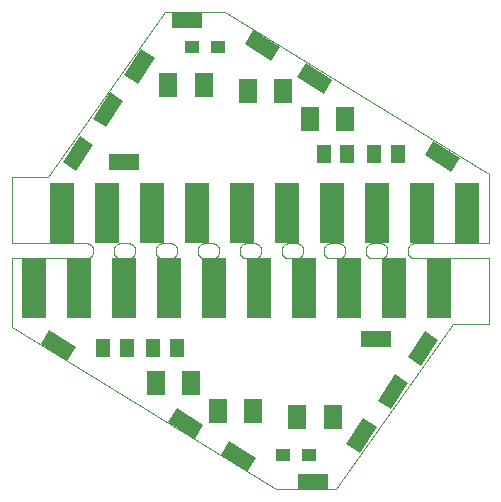
<source format=gts>
G75*
%MOIN*%
%OFA0B0*%
%FSLAX25Y25*%
%IPPOS*%
%LPD*%
%AMOC8*
5,1,8,0,0,1.08239X$1,22.5*
%
%ADD10C,0.00000*%
%ADD11R,0.10400X0.05400*%
%ADD12R,0.04731X0.05912*%
%ADD13R,0.05400X0.10400*%
%ADD14R,0.06306X0.08274*%
%ADD15R,0.05124X0.04337*%
%ADD16R,0.08000X0.20400*%
D10*
X0003000Y0056500D02*
X0003000Y0079500D01*
X0028000Y0079500D01*
X0028087Y0079502D01*
X0028174Y0079508D01*
X0028261Y0079517D01*
X0028347Y0079530D01*
X0028433Y0079547D01*
X0028518Y0079568D01*
X0028601Y0079593D01*
X0028684Y0079621D01*
X0028765Y0079652D01*
X0028845Y0079687D01*
X0028923Y0079726D01*
X0029000Y0079768D01*
X0029075Y0079813D01*
X0029147Y0079862D01*
X0029218Y0079913D01*
X0029286Y0079968D01*
X0029351Y0080025D01*
X0029414Y0080086D01*
X0029475Y0080149D01*
X0029532Y0080214D01*
X0029587Y0080282D01*
X0029638Y0080353D01*
X0029687Y0080425D01*
X0029732Y0080500D01*
X0029774Y0080577D01*
X0029813Y0080655D01*
X0029848Y0080735D01*
X0029879Y0080816D01*
X0029907Y0080899D01*
X0029932Y0080982D01*
X0029953Y0081067D01*
X0029970Y0081153D01*
X0029983Y0081239D01*
X0029992Y0081326D01*
X0029998Y0081413D01*
X0030000Y0081500D01*
X0030000Y0082500D01*
X0029998Y0082587D01*
X0029992Y0082674D01*
X0029983Y0082761D01*
X0029970Y0082847D01*
X0029953Y0082933D01*
X0029932Y0083018D01*
X0029907Y0083101D01*
X0029879Y0083184D01*
X0029848Y0083265D01*
X0029813Y0083345D01*
X0029774Y0083423D01*
X0029732Y0083500D01*
X0029687Y0083575D01*
X0029638Y0083647D01*
X0029587Y0083718D01*
X0029532Y0083786D01*
X0029475Y0083851D01*
X0029414Y0083914D01*
X0029351Y0083975D01*
X0029286Y0084032D01*
X0029218Y0084087D01*
X0029147Y0084138D01*
X0029075Y0084187D01*
X0029000Y0084232D01*
X0028923Y0084274D01*
X0028845Y0084313D01*
X0028765Y0084348D01*
X0028684Y0084379D01*
X0028601Y0084407D01*
X0028518Y0084432D01*
X0028433Y0084453D01*
X0028347Y0084470D01*
X0028261Y0084483D01*
X0028174Y0084492D01*
X0028087Y0084498D01*
X0028000Y0084500D01*
X0003000Y0084500D01*
X0003000Y0106500D01*
X0015000Y0106500D01*
X0054000Y0161500D01*
X0074000Y0161500D01*
X0162000Y0107500D01*
X0162000Y0084500D01*
X0137000Y0084500D01*
X0136913Y0084498D01*
X0136826Y0084492D01*
X0136739Y0084483D01*
X0136653Y0084470D01*
X0136567Y0084453D01*
X0136482Y0084432D01*
X0136399Y0084407D01*
X0136316Y0084379D01*
X0136235Y0084348D01*
X0136155Y0084313D01*
X0136077Y0084274D01*
X0136000Y0084232D01*
X0135925Y0084187D01*
X0135853Y0084138D01*
X0135782Y0084087D01*
X0135714Y0084032D01*
X0135649Y0083975D01*
X0135586Y0083914D01*
X0135525Y0083851D01*
X0135468Y0083786D01*
X0135413Y0083718D01*
X0135362Y0083647D01*
X0135313Y0083575D01*
X0135268Y0083500D01*
X0135226Y0083423D01*
X0135187Y0083345D01*
X0135152Y0083265D01*
X0135121Y0083184D01*
X0135093Y0083101D01*
X0135068Y0083018D01*
X0135047Y0082933D01*
X0135030Y0082847D01*
X0135017Y0082761D01*
X0135008Y0082674D01*
X0135002Y0082587D01*
X0135000Y0082500D01*
X0135000Y0081500D01*
X0135002Y0081413D01*
X0135008Y0081326D01*
X0135017Y0081239D01*
X0135030Y0081153D01*
X0135047Y0081067D01*
X0135068Y0080982D01*
X0135093Y0080899D01*
X0135121Y0080816D01*
X0135152Y0080735D01*
X0135187Y0080655D01*
X0135226Y0080577D01*
X0135268Y0080500D01*
X0135313Y0080425D01*
X0135362Y0080353D01*
X0135413Y0080282D01*
X0135468Y0080214D01*
X0135525Y0080149D01*
X0135586Y0080086D01*
X0135649Y0080025D01*
X0135714Y0079968D01*
X0135782Y0079913D01*
X0135853Y0079862D01*
X0135925Y0079813D01*
X0136000Y0079768D01*
X0136077Y0079726D01*
X0136155Y0079687D01*
X0136235Y0079652D01*
X0136316Y0079621D01*
X0136399Y0079593D01*
X0136482Y0079568D01*
X0136567Y0079547D01*
X0136653Y0079530D01*
X0136739Y0079517D01*
X0136826Y0079508D01*
X0136913Y0079502D01*
X0137000Y0079500D01*
X0162000Y0079500D01*
X0162000Y0057500D01*
X0150000Y0057500D01*
X0111000Y0002500D01*
X0091000Y0002500D01*
X0003000Y0056500D01*
X0037000Y0081500D02*
X0037000Y0082500D01*
X0037002Y0082587D01*
X0037008Y0082674D01*
X0037017Y0082761D01*
X0037030Y0082847D01*
X0037047Y0082933D01*
X0037068Y0083018D01*
X0037093Y0083101D01*
X0037121Y0083184D01*
X0037152Y0083265D01*
X0037187Y0083345D01*
X0037226Y0083423D01*
X0037268Y0083500D01*
X0037313Y0083575D01*
X0037362Y0083647D01*
X0037413Y0083718D01*
X0037468Y0083786D01*
X0037525Y0083851D01*
X0037586Y0083914D01*
X0037649Y0083975D01*
X0037714Y0084032D01*
X0037782Y0084087D01*
X0037853Y0084138D01*
X0037925Y0084187D01*
X0038000Y0084232D01*
X0038077Y0084274D01*
X0038155Y0084313D01*
X0038235Y0084348D01*
X0038316Y0084379D01*
X0038399Y0084407D01*
X0038482Y0084432D01*
X0038567Y0084453D01*
X0038653Y0084470D01*
X0038739Y0084483D01*
X0038826Y0084492D01*
X0038913Y0084498D01*
X0039000Y0084500D01*
X0042000Y0084500D01*
X0042087Y0084498D01*
X0042174Y0084492D01*
X0042261Y0084483D01*
X0042347Y0084470D01*
X0042433Y0084453D01*
X0042518Y0084432D01*
X0042601Y0084407D01*
X0042684Y0084379D01*
X0042765Y0084348D01*
X0042845Y0084313D01*
X0042923Y0084274D01*
X0043000Y0084232D01*
X0043075Y0084187D01*
X0043147Y0084138D01*
X0043218Y0084087D01*
X0043286Y0084032D01*
X0043351Y0083975D01*
X0043414Y0083914D01*
X0043475Y0083851D01*
X0043532Y0083786D01*
X0043587Y0083718D01*
X0043638Y0083647D01*
X0043687Y0083575D01*
X0043732Y0083500D01*
X0043774Y0083423D01*
X0043813Y0083345D01*
X0043848Y0083265D01*
X0043879Y0083184D01*
X0043907Y0083101D01*
X0043932Y0083018D01*
X0043953Y0082933D01*
X0043970Y0082847D01*
X0043983Y0082761D01*
X0043992Y0082674D01*
X0043998Y0082587D01*
X0044000Y0082500D01*
X0044000Y0081500D01*
X0043998Y0081413D01*
X0043992Y0081326D01*
X0043983Y0081239D01*
X0043970Y0081153D01*
X0043953Y0081067D01*
X0043932Y0080982D01*
X0043907Y0080899D01*
X0043879Y0080816D01*
X0043848Y0080735D01*
X0043813Y0080655D01*
X0043774Y0080577D01*
X0043732Y0080500D01*
X0043687Y0080425D01*
X0043638Y0080353D01*
X0043587Y0080282D01*
X0043532Y0080214D01*
X0043475Y0080149D01*
X0043414Y0080086D01*
X0043351Y0080025D01*
X0043286Y0079968D01*
X0043218Y0079913D01*
X0043147Y0079862D01*
X0043075Y0079813D01*
X0043000Y0079768D01*
X0042923Y0079726D01*
X0042845Y0079687D01*
X0042765Y0079652D01*
X0042684Y0079621D01*
X0042601Y0079593D01*
X0042518Y0079568D01*
X0042433Y0079547D01*
X0042347Y0079530D01*
X0042261Y0079517D01*
X0042174Y0079508D01*
X0042087Y0079502D01*
X0042000Y0079500D01*
X0039000Y0079500D01*
X0038913Y0079502D01*
X0038826Y0079508D01*
X0038739Y0079517D01*
X0038653Y0079530D01*
X0038567Y0079547D01*
X0038482Y0079568D01*
X0038399Y0079593D01*
X0038316Y0079621D01*
X0038235Y0079652D01*
X0038155Y0079687D01*
X0038077Y0079726D01*
X0038000Y0079768D01*
X0037925Y0079813D01*
X0037853Y0079862D01*
X0037782Y0079913D01*
X0037714Y0079968D01*
X0037649Y0080025D01*
X0037586Y0080086D01*
X0037525Y0080149D01*
X0037468Y0080214D01*
X0037413Y0080282D01*
X0037362Y0080353D01*
X0037313Y0080425D01*
X0037268Y0080500D01*
X0037226Y0080577D01*
X0037187Y0080655D01*
X0037152Y0080735D01*
X0037121Y0080816D01*
X0037093Y0080899D01*
X0037068Y0080982D01*
X0037047Y0081067D01*
X0037030Y0081153D01*
X0037017Y0081239D01*
X0037008Y0081326D01*
X0037002Y0081413D01*
X0037000Y0081500D01*
X0051000Y0081500D02*
X0051000Y0082500D01*
X0051002Y0082587D01*
X0051008Y0082674D01*
X0051017Y0082761D01*
X0051030Y0082847D01*
X0051047Y0082933D01*
X0051068Y0083018D01*
X0051093Y0083101D01*
X0051121Y0083184D01*
X0051152Y0083265D01*
X0051187Y0083345D01*
X0051226Y0083423D01*
X0051268Y0083500D01*
X0051313Y0083575D01*
X0051362Y0083647D01*
X0051413Y0083718D01*
X0051468Y0083786D01*
X0051525Y0083851D01*
X0051586Y0083914D01*
X0051649Y0083975D01*
X0051714Y0084032D01*
X0051782Y0084087D01*
X0051853Y0084138D01*
X0051925Y0084187D01*
X0052000Y0084232D01*
X0052077Y0084274D01*
X0052155Y0084313D01*
X0052235Y0084348D01*
X0052316Y0084379D01*
X0052399Y0084407D01*
X0052482Y0084432D01*
X0052567Y0084453D01*
X0052653Y0084470D01*
X0052739Y0084483D01*
X0052826Y0084492D01*
X0052913Y0084498D01*
X0053000Y0084500D01*
X0056000Y0084500D01*
X0056087Y0084498D01*
X0056174Y0084492D01*
X0056261Y0084483D01*
X0056347Y0084470D01*
X0056433Y0084453D01*
X0056518Y0084432D01*
X0056601Y0084407D01*
X0056684Y0084379D01*
X0056765Y0084348D01*
X0056845Y0084313D01*
X0056923Y0084274D01*
X0057000Y0084232D01*
X0057075Y0084187D01*
X0057147Y0084138D01*
X0057218Y0084087D01*
X0057286Y0084032D01*
X0057351Y0083975D01*
X0057414Y0083914D01*
X0057475Y0083851D01*
X0057532Y0083786D01*
X0057587Y0083718D01*
X0057638Y0083647D01*
X0057687Y0083575D01*
X0057732Y0083500D01*
X0057774Y0083423D01*
X0057813Y0083345D01*
X0057848Y0083265D01*
X0057879Y0083184D01*
X0057907Y0083101D01*
X0057932Y0083018D01*
X0057953Y0082933D01*
X0057970Y0082847D01*
X0057983Y0082761D01*
X0057992Y0082674D01*
X0057998Y0082587D01*
X0058000Y0082500D01*
X0058000Y0081500D01*
X0057998Y0081413D01*
X0057992Y0081326D01*
X0057983Y0081239D01*
X0057970Y0081153D01*
X0057953Y0081067D01*
X0057932Y0080982D01*
X0057907Y0080899D01*
X0057879Y0080816D01*
X0057848Y0080735D01*
X0057813Y0080655D01*
X0057774Y0080577D01*
X0057732Y0080500D01*
X0057687Y0080425D01*
X0057638Y0080353D01*
X0057587Y0080282D01*
X0057532Y0080214D01*
X0057475Y0080149D01*
X0057414Y0080086D01*
X0057351Y0080025D01*
X0057286Y0079968D01*
X0057218Y0079913D01*
X0057147Y0079862D01*
X0057075Y0079813D01*
X0057000Y0079768D01*
X0056923Y0079726D01*
X0056845Y0079687D01*
X0056765Y0079652D01*
X0056684Y0079621D01*
X0056601Y0079593D01*
X0056518Y0079568D01*
X0056433Y0079547D01*
X0056347Y0079530D01*
X0056261Y0079517D01*
X0056174Y0079508D01*
X0056087Y0079502D01*
X0056000Y0079500D01*
X0053000Y0079500D01*
X0052913Y0079502D01*
X0052826Y0079508D01*
X0052739Y0079517D01*
X0052653Y0079530D01*
X0052567Y0079547D01*
X0052482Y0079568D01*
X0052399Y0079593D01*
X0052316Y0079621D01*
X0052235Y0079652D01*
X0052155Y0079687D01*
X0052077Y0079726D01*
X0052000Y0079768D01*
X0051925Y0079813D01*
X0051853Y0079862D01*
X0051782Y0079913D01*
X0051714Y0079968D01*
X0051649Y0080025D01*
X0051586Y0080086D01*
X0051525Y0080149D01*
X0051468Y0080214D01*
X0051413Y0080282D01*
X0051362Y0080353D01*
X0051313Y0080425D01*
X0051268Y0080500D01*
X0051226Y0080577D01*
X0051187Y0080655D01*
X0051152Y0080735D01*
X0051121Y0080816D01*
X0051093Y0080899D01*
X0051068Y0080982D01*
X0051047Y0081067D01*
X0051030Y0081153D01*
X0051017Y0081239D01*
X0051008Y0081326D01*
X0051002Y0081413D01*
X0051000Y0081500D01*
X0065000Y0081500D02*
X0065000Y0082500D01*
X0065002Y0082587D01*
X0065008Y0082674D01*
X0065017Y0082761D01*
X0065030Y0082847D01*
X0065047Y0082933D01*
X0065068Y0083018D01*
X0065093Y0083101D01*
X0065121Y0083184D01*
X0065152Y0083265D01*
X0065187Y0083345D01*
X0065226Y0083423D01*
X0065268Y0083500D01*
X0065313Y0083575D01*
X0065362Y0083647D01*
X0065413Y0083718D01*
X0065468Y0083786D01*
X0065525Y0083851D01*
X0065586Y0083914D01*
X0065649Y0083975D01*
X0065714Y0084032D01*
X0065782Y0084087D01*
X0065853Y0084138D01*
X0065925Y0084187D01*
X0066000Y0084232D01*
X0066077Y0084274D01*
X0066155Y0084313D01*
X0066235Y0084348D01*
X0066316Y0084379D01*
X0066399Y0084407D01*
X0066482Y0084432D01*
X0066567Y0084453D01*
X0066653Y0084470D01*
X0066739Y0084483D01*
X0066826Y0084492D01*
X0066913Y0084498D01*
X0067000Y0084500D01*
X0070000Y0084500D01*
X0070087Y0084498D01*
X0070174Y0084492D01*
X0070261Y0084483D01*
X0070347Y0084470D01*
X0070433Y0084453D01*
X0070518Y0084432D01*
X0070601Y0084407D01*
X0070684Y0084379D01*
X0070765Y0084348D01*
X0070845Y0084313D01*
X0070923Y0084274D01*
X0071000Y0084232D01*
X0071075Y0084187D01*
X0071147Y0084138D01*
X0071218Y0084087D01*
X0071286Y0084032D01*
X0071351Y0083975D01*
X0071414Y0083914D01*
X0071475Y0083851D01*
X0071532Y0083786D01*
X0071587Y0083718D01*
X0071638Y0083647D01*
X0071687Y0083575D01*
X0071732Y0083500D01*
X0071774Y0083423D01*
X0071813Y0083345D01*
X0071848Y0083265D01*
X0071879Y0083184D01*
X0071907Y0083101D01*
X0071932Y0083018D01*
X0071953Y0082933D01*
X0071970Y0082847D01*
X0071983Y0082761D01*
X0071992Y0082674D01*
X0071998Y0082587D01*
X0072000Y0082500D01*
X0072000Y0081500D01*
X0071998Y0081413D01*
X0071992Y0081326D01*
X0071983Y0081239D01*
X0071970Y0081153D01*
X0071953Y0081067D01*
X0071932Y0080982D01*
X0071907Y0080899D01*
X0071879Y0080816D01*
X0071848Y0080735D01*
X0071813Y0080655D01*
X0071774Y0080577D01*
X0071732Y0080500D01*
X0071687Y0080425D01*
X0071638Y0080353D01*
X0071587Y0080282D01*
X0071532Y0080214D01*
X0071475Y0080149D01*
X0071414Y0080086D01*
X0071351Y0080025D01*
X0071286Y0079968D01*
X0071218Y0079913D01*
X0071147Y0079862D01*
X0071075Y0079813D01*
X0071000Y0079768D01*
X0070923Y0079726D01*
X0070845Y0079687D01*
X0070765Y0079652D01*
X0070684Y0079621D01*
X0070601Y0079593D01*
X0070518Y0079568D01*
X0070433Y0079547D01*
X0070347Y0079530D01*
X0070261Y0079517D01*
X0070174Y0079508D01*
X0070087Y0079502D01*
X0070000Y0079500D01*
X0067000Y0079500D01*
X0066913Y0079502D01*
X0066826Y0079508D01*
X0066739Y0079517D01*
X0066653Y0079530D01*
X0066567Y0079547D01*
X0066482Y0079568D01*
X0066399Y0079593D01*
X0066316Y0079621D01*
X0066235Y0079652D01*
X0066155Y0079687D01*
X0066077Y0079726D01*
X0066000Y0079768D01*
X0065925Y0079813D01*
X0065853Y0079862D01*
X0065782Y0079913D01*
X0065714Y0079968D01*
X0065649Y0080025D01*
X0065586Y0080086D01*
X0065525Y0080149D01*
X0065468Y0080214D01*
X0065413Y0080282D01*
X0065362Y0080353D01*
X0065313Y0080425D01*
X0065268Y0080500D01*
X0065226Y0080577D01*
X0065187Y0080655D01*
X0065152Y0080735D01*
X0065121Y0080816D01*
X0065093Y0080899D01*
X0065068Y0080982D01*
X0065047Y0081067D01*
X0065030Y0081153D01*
X0065017Y0081239D01*
X0065008Y0081326D01*
X0065002Y0081413D01*
X0065000Y0081500D01*
X0079000Y0081500D02*
X0079000Y0082500D01*
X0079002Y0082587D01*
X0079008Y0082674D01*
X0079017Y0082761D01*
X0079030Y0082847D01*
X0079047Y0082933D01*
X0079068Y0083018D01*
X0079093Y0083101D01*
X0079121Y0083184D01*
X0079152Y0083265D01*
X0079187Y0083345D01*
X0079226Y0083423D01*
X0079268Y0083500D01*
X0079313Y0083575D01*
X0079362Y0083647D01*
X0079413Y0083718D01*
X0079468Y0083786D01*
X0079525Y0083851D01*
X0079586Y0083914D01*
X0079649Y0083975D01*
X0079714Y0084032D01*
X0079782Y0084087D01*
X0079853Y0084138D01*
X0079925Y0084187D01*
X0080000Y0084232D01*
X0080077Y0084274D01*
X0080155Y0084313D01*
X0080235Y0084348D01*
X0080316Y0084379D01*
X0080399Y0084407D01*
X0080482Y0084432D01*
X0080567Y0084453D01*
X0080653Y0084470D01*
X0080739Y0084483D01*
X0080826Y0084492D01*
X0080913Y0084498D01*
X0081000Y0084500D01*
X0084000Y0084500D01*
X0084087Y0084498D01*
X0084174Y0084492D01*
X0084261Y0084483D01*
X0084347Y0084470D01*
X0084433Y0084453D01*
X0084518Y0084432D01*
X0084601Y0084407D01*
X0084684Y0084379D01*
X0084765Y0084348D01*
X0084845Y0084313D01*
X0084923Y0084274D01*
X0085000Y0084232D01*
X0085075Y0084187D01*
X0085147Y0084138D01*
X0085218Y0084087D01*
X0085286Y0084032D01*
X0085351Y0083975D01*
X0085414Y0083914D01*
X0085475Y0083851D01*
X0085532Y0083786D01*
X0085587Y0083718D01*
X0085638Y0083647D01*
X0085687Y0083575D01*
X0085732Y0083500D01*
X0085774Y0083423D01*
X0085813Y0083345D01*
X0085848Y0083265D01*
X0085879Y0083184D01*
X0085907Y0083101D01*
X0085932Y0083018D01*
X0085953Y0082933D01*
X0085970Y0082847D01*
X0085983Y0082761D01*
X0085992Y0082674D01*
X0085998Y0082587D01*
X0086000Y0082500D01*
X0086000Y0081500D01*
X0085998Y0081413D01*
X0085992Y0081326D01*
X0085983Y0081239D01*
X0085970Y0081153D01*
X0085953Y0081067D01*
X0085932Y0080982D01*
X0085907Y0080899D01*
X0085879Y0080816D01*
X0085848Y0080735D01*
X0085813Y0080655D01*
X0085774Y0080577D01*
X0085732Y0080500D01*
X0085687Y0080425D01*
X0085638Y0080353D01*
X0085587Y0080282D01*
X0085532Y0080214D01*
X0085475Y0080149D01*
X0085414Y0080086D01*
X0085351Y0080025D01*
X0085286Y0079968D01*
X0085218Y0079913D01*
X0085147Y0079862D01*
X0085075Y0079813D01*
X0085000Y0079768D01*
X0084923Y0079726D01*
X0084845Y0079687D01*
X0084765Y0079652D01*
X0084684Y0079621D01*
X0084601Y0079593D01*
X0084518Y0079568D01*
X0084433Y0079547D01*
X0084347Y0079530D01*
X0084261Y0079517D01*
X0084174Y0079508D01*
X0084087Y0079502D01*
X0084000Y0079500D01*
X0081000Y0079500D01*
X0080913Y0079502D01*
X0080826Y0079508D01*
X0080739Y0079517D01*
X0080653Y0079530D01*
X0080567Y0079547D01*
X0080482Y0079568D01*
X0080399Y0079593D01*
X0080316Y0079621D01*
X0080235Y0079652D01*
X0080155Y0079687D01*
X0080077Y0079726D01*
X0080000Y0079768D01*
X0079925Y0079813D01*
X0079853Y0079862D01*
X0079782Y0079913D01*
X0079714Y0079968D01*
X0079649Y0080025D01*
X0079586Y0080086D01*
X0079525Y0080149D01*
X0079468Y0080214D01*
X0079413Y0080282D01*
X0079362Y0080353D01*
X0079313Y0080425D01*
X0079268Y0080500D01*
X0079226Y0080577D01*
X0079187Y0080655D01*
X0079152Y0080735D01*
X0079121Y0080816D01*
X0079093Y0080899D01*
X0079068Y0080982D01*
X0079047Y0081067D01*
X0079030Y0081153D01*
X0079017Y0081239D01*
X0079008Y0081326D01*
X0079002Y0081413D01*
X0079000Y0081500D01*
X0093000Y0081500D02*
X0093000Y0082500D01*
X0093002Y0082587D01*
X0093008Y0082674D01*
X0093017Y0082761D01*
X0093030Y0082847D01*
X0093047Y0082933D01*
X0093068Y0083018D01*
X0093093Y0083101D01*
X0093121Y0083184D01*
X0093152Y0083265D01*
X0093187Y0083345D01*
X0093226Y0083423D01*
X0093268Y0083500D01*
X0093313Y0083575D01*
X0093362Y0083647D01*
X0093413Y0083718D01*
X0093468Y0083786D01*
X0093525Y0083851D01*
X0093586Y0083914D01*
X0093649Y0083975D01*
X0093714Y0084032D01*
X0093782Y0084087D01*
X0093853Y0084138D01*
X0093925Y0084187D01*
X0094000Y0084232D01*
X0094077Y0084274D01*
X0094155Y0084313D01*
X0094235Y0084348D01*
X0094316Y0084379D01*
X0094399Y0084407D01*
X0094482Y0084432D01*
X0094567Y0084453D01*
X0094653Y0084470D01*
X0094739Y0084483D01*
X0094826Y0084492D01*
X0094913Y0084498D01*
X0095000Y0084500D01*
X0098000Y0084500D01*
X0098087Y0084498D01*
X0098174Y0084492D01*
X0098261Y0084483D01*
X0098347Y0084470D01*
X0098433Y0084453D01*
X0098518Y0084432D01*
X0098601Y0084407D01*
X0098684Y0084379D01*
X0098765Y0084348D01*
X0098845Y0084313D01*
X0098923Y0084274D01*
X0099000Y0084232D01*
X0099075Y0084187D01*
X0099147Y0084138D01*
X0099218Y0084087D01*
X0099286Y0084032D01*
X0099351Y0083975D01*
X0099414Y0083914D01*
X0099475Y0083851D01*
X0099532Y0083786D01*
X0099587Y0083718D01*
X0099638Y0083647D01*
X0099687Y0083575D01*
X0099732Y0083500D01*
X0099774Y0083423D01*
X0099813Y0083345D01*
X0099848Y0083265D01*
X0099879Y0083184D01*
X0099907Y0083101D01*
X0099932Y0083018D01*
X0099953Y0082933D01*
X0099970Y0082847D01*
X0099983Y0082761D01*
X0099992Y0082674D01*
X0099998Y0082587D01*
X0100000Y0082500D01*
X0100000Y0081500D01*
X0099998Y0081413D01*
X0099992Y0081326D01*
X0099983Y0081239D01*
X0099970Y0081153D01*
X0099953Y0081067D01*
X0099932Y0080982D01*
X0099907Y0080899D01*
X0099879Y0080816D01*
X0099848Y0080735D01*
X0099813Y0080655D01*
X0099774Y0080577D01*
X0099732Y0080500D01*
X0099687Y0080425D01*
X0099638Y0080353D01*
X0099587Y0080282D01*
X0099532Y0080214D01*
X0099475Y0080149D01*
X0099414Y0080086D01*
X0099351Y0080025D01*
X0099286Y0079968D01*
X0099218Y0079913D01*
X0099147Y0079862D01*
X0099075Y0079813D01*
X0099000Y0079768D01*
X0098923Y0079726D01*
X0098845Y0079687D01*
X0098765Y0079652D01*
X0098684Y0079621D01*
X0098601Y0079593D01*
X0098518Y0079568D01*
X0098433Y0079547D01*
X0098347Y0079530D01*
X0098261Y0079517D01*
X0098174Y0079508D01*
X0098087Y0079502D01*
X0098000Y0079500D01*
X0095000Y0079500D01*
X0094913Y0079502D01*
X0094826Y0079508D01*
X0094739Y0079517D01*
X0094653Y0079530D01*
X0094567Y0079547D01*
X0094482Y0079568D01*
X0094399Y0079593D01*
X0094316Y0079621D01*
X0094235Y0079652D01*
X0094155Y0079687D01*
X0094077Y0079726D01*
X0094000Y0079768D01*
X0093925Y0079813D01*
X0093853Y0079862D01*
X0093782Y0079913D01*
X0093714Y0079968D01*
X0093649Y0080025D01*
X0093586Y0080086D01*
X0093525Y0080149D01*
X0093468Y0080214D01*
X0093413Y0080282D01*
X0093362Y0080353D01*
X0093313Y0080425D01*
X0093268Y0080500D01*
X0093226Y0080577D01*
X0093187Y0080655D01*
X0093152Y0080735D01*
X0093121Y0080816D01*
X0093093Y0080899D01*
X0093068Y0080982D01*
X0093047Y0081067D01*
X0093030Y0081153D01*
X0093017Y0081239D01*
X0093008Y0081326D01*
X0093002Y0081413D01*
X0093000Y0081500D01*
X0107000Y0081500D02*
X0107000Y0082500D01*
X0107002Y0082587D01*
X0107008Y0082674D01*
X0107017Y0082761D01*
X0107030Y0082847D01*
X0107047Y0082933D01*
X0107068Y0083018D01*
X0107093Y0083101D01*
X0107121Y0083184D01*
X0107152Y0083265D01*
X0107187Y0083345D01*
X0107226Y0083423D01*
X0107268Y0083500D01*
X0107313Y0083575D01*
X0107362Y0083647D01*
X0107413Y0083718D01*
X0107468Y0083786D01*
X0107525Y0083851D01*
X0107586Y0083914D01*
X0107649Y0083975D01*
X0107714Y0084032D01*
X0107782Y0084087D01*
X0107853Y0084138D01*
X0107925Y0084187D01*
X0108000Y0084232D01*
X0108077Y0084274D01*
X0108155Y0084313D01*
X0108235Y0084348D01*
X0108316Y0084379D01*
X0108399Y0084407D01*
X0108482Y0084432D01*
X0108567Y0084453D01*
X0108653Y0084470D01*
X0108739Y0084483D01*
X0108826Y0084492D01*
X0108913Y0084498D01*
X0109000Y0084500D01*
X0112000Y0084500D01*
X0112087Y0084498D01*
X0112174Y0084492D01*
X0112261Y0084483D01*
X0112347Y0084470D01*
X0112433Y0084453D01*
X0112518Y0084432D01*
X0112601Y0084407D01*
X0112684Y0084379D01*
X0112765Y0084348D01*
X0112845Y0084313D01*
X0112923Y0084274D01*
X0113000Y0084232D01*
X0113075Y0084187D01*
X0113147Y0084138D01*
X0113218Y0084087D01*
X0113286Y0084032D01*
X0113351Y0083975D01*
X0113414Y0083914D01*
X0113475Y0083851D01*
X0113532Y0083786D01*
X0113587Y0083718D01*
X0113638Y0083647D01*
X0113687Y0083575D01*
X0113732Y0083500D01*
X0113774Y0083423D01*
X0113813Y0083345D01*
X0113848Y0083265D01*
X0113879Y0083184D01*
X0113907Y0083101D01*
X0113932Y0083018D01*
X0113953Y0082933D01*
X0113970Y0082847D01*
X0113983Y0082761D01*
X0113992Y0082674D01*
X0113998Y0082587D01*
X0114000Y0082500D01*
X0114000Y0081500D01*
X0113998Y0081413D01*
X0113992Y0081326D01*
X0113983Y0081239D01*
X0113970Y0081153D01*
X0113953Y0081067D01*
X0113932Y0080982D01*
X0113907Y0080899D01*
X0113879Y0080816D01*
X0113848Y0080735D01*
X0113813Y0080655D01*
X0113774Y0080577D01*
X0113732Y0080500D01*
X0113687Y0080425D01*
X0113638Y0080353D01*
X0113587Y0080282D01*
X0113532Y0080214D01*
X0113475Y0080149D01*
X0113414Y0080086D01*
X0113351Y0080025D01*
X0113286Y0079968D01*
X0113218Y0079913D01*
X0113147Y0079862D01*
X0113075Y0079813D01*
X0113000Y0079768D01*
X0112923Y0079726D01*
X0112845Y0079687D01*
X0112765Y0079652D01*
X0112684Y0079621D01*
X0112601Y0079593D01*
X0112518Y0079568D01*
X0112433Y0079547D01*
X0112347Y0079530D01*
X0112261Y0079517D01*
X0112174Y0079508D01*
X0112087Y0079502D01*
X0112000Y0079500D01*
X0109000Y0079500D01*
X0108913Y0079502D01*
X0108826Y0079508D01*
X0108739Y0079517D01*
X0108653Y0079530D01*
X0108567Y0079547D01*
X0108482Y0079568D01*
X0108399Y0079593D01*
X0108316Y0079621D01*
X0108235Y0079652D01*
X0108155Y0079687D01*
X0108077Y0079726D01*
X0108000Y0079768D01*
X0107925Y0079813D01*
X0107853Y0079862D01*
X0107782Y0079913D01*
X0107714Y0079968D01*
X0107649Y0080025D01*
X0107586Y0080086D01*
X0107525Y0080149D01*
X0107468Y0080214D01*
X0107413Y0080282D01*
X0107362Y0080353D01*
X0107313Y0080425D01*
X0107268Y0080500D01*
X0107226Y0080577D01*
X0107187Y0080655D01*
X0107152Y0080735D01*
X0107121Y0080816D01*
X0107093Y0080899D01*
X0107068Y0080982D01*
X0107047Y0081067D01*
X0107030Y0081153D01*
X0107017Y0081239D01*
X0107008Y0081326D01*
X0107002Y0081413D01*
X0107000Y0081500D01*
X0121000Y0081500D02*
X0121000Y0082500D01*
X0121002Y0082587D01*
X0121008Y0082674D01*
X0121017Y0082761D01*
X0121030Y0082847D01*
X0121047Y0082933D01*
X0121068Y0083018D01*
X0121093Y0083101D01*
X0121121Y0083184D01*
X0121152Y0083265D01*
X0121187Y0083345D01*
X0121226Y0083423D01*
X0121268Y0083500D01*
X0121313Y0083575D01*
X0121362Y0083647D01*
X0121413Y0083718D01*
X0121468Y0083786D01*
X0121525Y0083851D01*
X0121586Y0083914D01*
X0121649Y0083975D01*
X0121714Y0084032D01*
X0121782Y0084087D01*
X0121853Y0084138D01*
X0121925Y0084187D01*
X0122000Y0084232D01*
X0122077Y0084274D01*
X0122155Y0084313D01*
X0122235Y0084348D01*
X0122316Y0084379D01*
X0122399Y0084407D01*
X0122482Y0084432D01*
X0122567Y0084453D01*
X0122653Y0084470D01*
X0122739Y0084483D01*
X0122826Y0084492D01*
X0122913Y0084498D01*
X0123000Y0084500D01*
X0126000Y0084500D01*
X0126087Y0084498D01*
X0126174Y0084492D01*
X0126261Y0084483D01*
X0126347Y0084470D01*
X0126433Y0084453D01*
X0126518Y0084432D01*
X0126601Y0084407D01*
X0126684Y0084379D01*
X0126765Y0084348D01*
X0126845Y0084313D01*
X0126923Y0084274D01*
X0127000Y0084232D01*
X0127075Y0084187D01*
X0127147Y0084138D01*
X0127218Y0084087D01*
X0127286Y0084032D01*
X0127351Y0083975D01*
X0127414Y0083914D01*
X0127475Y0083851D01*
X0127532Y0083786D01*
X0127587Y0083718D01*
X0127638Y0083647D01*
X0127687Y0083575D01*
X0127732Y0083500D01*
X0127774Y0083423D01*
X0127813Y0083345D01*
X0127848Y0083265D01*
X0127879Y0083184D01*
X0127907Y0083101D01*
X0127932Y0083018D01*
X0127953Y0082933D01*
X0127970Y0082847D01*
X0127983Y0082761D01*
X0127992Y0082674D01*
X0127998Y0082587D01*
X0128000Y0082500D01*
X0128000Y0081500D01*
X0127998Y0081413D01*
X0127992Y0081326D01*
X0127983Y0081239D01*
X0127970Y0081153D01*
X0127953Y0081067D01*
X0127932Y0080982D01*
X0127907Y0080899D01*
X0127879Y0080816D01*
X0127848Y0080735D01*
X0127813Y0080655D01*
X0127774Y0080577D01*
X0127732Y0080500D01*
X0127687Y0080425D01*
X0127638Y0080353D01*
X0127587Y0080282D01*
X0127532Y0080214D01*
X0127475Y0080149D01*
X0127414Y0080086D01*
X0127351Y0080025D01*
X0127286Y0079968D01*
X0127218Y0079913D01*
X0127147Y0079862D01*
X0127075Y0079813D01*
X0127000Y0079768D01*
X0126923Y0079726D01*
X0126845Y0079687D01*
X0126765Y0079652D01*
X0126684Y0079621D01*
X0126601Y0079593D01*
X0126518Y0079568D01*
X0126433Y0079547D01*
X0126347Y0079530D01*
X0126261Y0079517D01*
X0126174Y0079508D01*
X0126087Y0079502D01*
X0126000Y0079500D01*
X0123000Y0079500D01*
X0122913Y0079502D01*
X0122826Y0079508D01*
X0122739Y0079517D01*
X0122653Y0079530D01*
X0122567Y0079547D01*
X0122482Y0079568D01*
X0122399Y0079593D01*
X0122316Y0079621D01*
X0122235Y0079652D01*
X0122155Y0079687D01*
X0122077Y0079726D01*
X0122000Y0079768D01*
X0121925Y0079813D01*
X0121853Y0079862D01*
X0121782Y0079913D01*
X0121714Y0079968D01*
X0121649Y0080025D01*
X0121586Y0080086D01*
X0121525Y0080149D01*
X0121468Y0080214D01*
X0121413Y0080282D01*
X0121362Y0080353D01*
X0121313Y0080425D01*
X0121268Y0080500D01*
X0121226Y0080577D01*
X0121187Y0080655D01*
X0121152Y0080735D01*
X0121121Y0080816D01*
X0121093Y0080899D01*
X0121068Y0080982D01*
X0121047Y0081067D01*
X0121030Y0081153D01*
X0121017Y0081239D01*
X0121008Y0081326D01*
X0121002Y0081413D01*
X0121000Y0081500D01*
D11*
X0124500Y0052500D03*
X0103500Y0005000D03*
X0040500Y0111500D03*
X0061500Y0159000D03*
D12*
X0106963Y0114300D03*
X0114837Y0114300D03*
X0123763Y0114300D03*
X0131637Y0114300D03*
X0058037Y0049700D03*
X0050163Y0049700D03*
X0041237Y0049700D03*
X0033363Y0049700D03*
D13*
G36*
X0012660Y0050965D02*
X0015521Y0055545D01*
X0024340Y0050035D01*
X0021479Y0045455D01*
X0012660Y0050965D01*
G37*
G36*
X0055160Y0024965D02*
X0058021Y0029545D01*
X0066840Y0024035D01*
X0063979Y0019455D01*
X0055160Y0024965D01*
G37*
G36*
X0072660Y0013965D02*
X0075521Y0018545D01*
X0084340Y0013035D01*
X0081479Y0008455D01*
X0072660Y0013965D01*
G37*
G36*
X0118933Y0014669D02*
X0114404Y0017610D01*
X0120067Y0026331D01*
X0124596Y0023390D01*
X0118933Y0014669D01*
G37*
G36*
X0129433Y0029169D02*
X0124904Y0032110D01*
X0130567Y0040831D01*
X0135096Y0037890D01*
X0129433Y0029169D01*
G37*
G36*
X0139433Y0043669D02*
X0134904Y0046610D01*
X0140567Y0055331D01*
X0145096Y0052390D01*
X0139433Y0043669D01*
G37*
G36*
X0152340Y0113035D02*
X0149479Y0108455D01*
X0140660Y0113965D01*
X0143521Y0118545D01*
X0152340Y0113035D01*
G37*
G36*
X0109840Y0139035D02*
X0106979Y0134455D01*
X0098160Y0139965D01*
X0101021Y0144545D01*
X0109840Y0139035D01*
G37*
G36*
X0092340Y0150035D02*
X0089479Y0145455D01*
X0080660Y0150965D01*
X0083521Y0155545D01*
X0092340Y0150035D01*
G37*
G36*
X0046067Y0149331D02*
X0050596Y0146390D01*
X0044933Y0137669D01*
X0040404Y0140610D01*
X0046067Y0149331D01*
G37*
G36*
X0035567Y0134831D02*
X0040096Y0131890D01*
X0034433Y0123169D01*
X0029904Y0126110D01*
X0035567Y0134831D01*
G37*
G36*
X0025567Y0120331D02*
X0030096Y0117390D01*
X0024433Y0108669D01*
X0019904Y0111610D01*
X0025567Y0120331D01*
G37*
D14*
X0055094Y0137400D03*
X0066906Y0137400D03*
X0081594Y0135200D03*
X0093406Y0135200D03*
X0102294Y0126100D03*
X0114106Y0126100D03*
X0062706Y0037900D03*
X0071594Y0028800D03*
X0083406Y0028800D03*
X0098094Y0026600D03*
X0109906Y0026600D03*
X0050894Y0037900D03*
D15*
X0093269Y0014100D03*
X0101931Y0014100D03*
X0071731Y0149900D03*
X0063069Y0149900D03*
D16*
X0064666Y0094499D03*
X0049666Y0094499D03*
X0034666Y0094499D03*
X0019666Y0094499D03*
X0025334Y0069501D03*
X0040334Y0069501D03*
X0055334Y0069501D03*
X0070334Y0069501D03*
X0085334Y0069501D03*
X0100334Y0069501D03*
X0115334Y0069501D03*
X0130334Y0069501D03*
X0145334Y0069501D03*
X0139666Y0094499D03*
X0124666Y0094499D03*
X0109666Y0094499D03*
X0094666Y0094499D03*
X0079666Y0094499D03*
X0010334Y0069501D03*
X0154666Y0094499D03*
M02*

</source>
